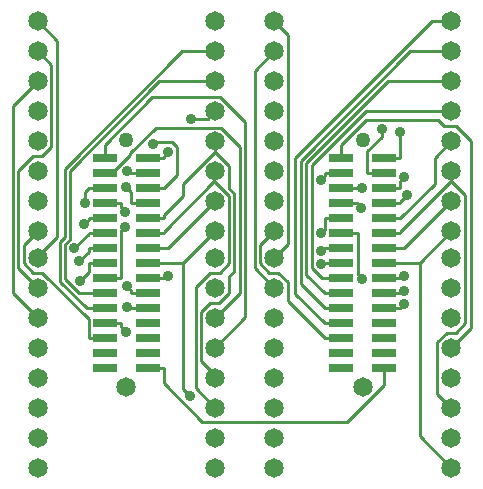
<source format=gbl>
G04 (created by PCBNEW (2013-mar-13)-testing) date Mon 26 Aug 2013 08:21:07 AM PDT*
%MOIN*%
G04 Gerber Fmt 3.4, Leading zero omitted, Abs format*
%FSLAX34Y34*%
G01*
G70*
G90*
G04 APERTURE LIST*
%ADD10C,0.005906*%
%ADD11C,0.065000*%
%ADD12R,0.083000X0.026000*%
%ADD13C,0.050000*%
%ADD14C,0.035000*%
%ADD15C,0.010000*%
G04 APERTURE END LIST*
G54D10*
G54D11*
X20669Y-20122D03*
X20669Y-21122D03*
X20669Y-22122D03*
X20669Y-23122D03*
X20669Y-24122D03*
X20669Y-25122D03*
X20669Y-26122D03*
X20669Y-27122D03*
X26574Y-27122D03*
X26574Y-26122D03*
X26574Y-25122D03*
X26574Y-24122D03*
X26574Y-23122D03*
X26574Y-22122D03*
X26574Y-21122D03*
X26574Y-20122D03*
X20669Y-27996D03*
X20669Y-28996D03*
X20669Y-29996D03*
X20669Y-30996D03*
X20669Y-31996D03*
X20669Y-32996D03*
X20669Y-33996D03*
X20669Y-34996D03*
X26574Y-34996D03*
X26574Y-33996D03*
X26574Y-32996D03*
X26574Y-31996D03*
X26574Y-30996D03*
X26574Y-29996D03*
X26574Y-28996D03*
X26574Y-27996D03*
X28543Y-20122D03*
X28543Y-21122D03*
X28543Y-22122D03*
X28543Y-23122D03*
X28543Y-24122D03*
X28543Y-25122D03*
X28543Y-26122D03*
X28543Y-27122D03*
X34448Y-27122D03*
X34448Y-26122D03*
X34448Y-25122D03*
X34448Y-24122D03*
X34448Y-23122D03*
X34448Y-22122D03*
X34448Y-21122D03*
X34448Y-20122D03*
X28543Y-27996D03*
X28543Y-28996D03*
X28543Y-29996D03*
X28543Y-30996D03*
X28543Y-31996D03*
X28543Y-32996D03*
X28543Y-33996D03*
X28543Y-34996D03*
X34448Y-34996D03*
X34448Y-33996D03*
X34448Y-32996D03*
X34448Y-31996D03*
X34448Y-30996D03*
X34448Y-29996D03*
X34448Y-28996D03*
X34448Y-27996D03*
G54D12*
X24332Y-24688D03*
X22912Y-24688D03*
X24332Y-25188D03*
X22912Y-25188D03*
X24332Y-25688D03*
X22912Y-25688D03*
X24332Y-26188D03*
X22912Y-26188D03*
X24332Y-26688D03*
X22912Y-26688D03*
X24332Y-27188D03*
X22912Y-27188D03*
X24332Y-27688D03*
X22912Y-27688D03*
X24332Y-28188D03*
X22912Y-28188D03*
X24332Y-28688D03*
X22912Y-28688D03*
X24332Y-29188D03*
X22912Y-29188D03*
X24332Y-29688D03*
X22912Y-29688D03*
X24332Y-30188D03*
X22912Y-30188D03*
X24332Y-30688D03*
X22912Y-30688D03*
X24332Y-31188D03*
X22912Y-31188D03*
X24332Y-31688D03*
X22912Y-31688D03*
G54D13*
X23622Y-24068D03*
G54D11*
X23622Y-32308D03*
G54D12*
X32206Y-24688D03*
X30786Y-24688D03*
X32206Y-25188D03*
X30786Y-25188D03*
X32206Y-25688D03*
X30786Y-25688D03*
X32206Y-26188D03*
X30786Y-26188D03*
X32206Y-26688D03*
X30786Y-26688D03*
X32206Y-27188D03*
X30786Y-27188D03*
X32206Y-27688D03*
X30786Y-27688D03*
X32206Y-28188D03*
X30786Y-28188D03*
X32206Y-28688D03*
X30786Y-28688D03*
X32206Y-29188D03*
X30786Y-29188D03*
X32206Y-29688D03*
X30786Y-29688D03*
X32206Y-30188D03*
X30786Y-30188D03*
X32206Y-30688D03*
X30786Y-30688D03*
X32206Y-31188D03*
X30786Y-31188D03*
X32206Y-31688D03*
X30786Y-31688D03*
G54D13*
X31496Y-24068D03*
G54D11*
X31496Y-32308D03*
G54D14*
X25005Y-28604D03*
X22046Y-28113D03*
X21894Y-27683D03*
X22217Y-26886D03*
X23593Y-26486D03*
X22238Y-26163D03*
X23630Y-28951D03*
X23652Y-29631D03*
X23622Y-30470D03*
X23582Y-26967D03*
X25782Y-23360D03*
X22064Y-28763D03*
X32878Y-28600D03*
X30115Y-27766D03*
X31462Y-28722D03*
X30115Y-27190D03*
X31457Y-26346D03*
X31479Y-25688D03*
X30115Y-25404D03*
X32885Y-29093D03*
X32886Y-29530D03*
X30115Y-28212D03*
X25010Y-24462D03*
X23650Y-25111D03*
X24503Y-24205D03*
X23622Y-25631D03*
X25739Y-32613D03*
X32751Y-23811D03*
X32140Y-23722D03*
X32879Y-25317D03*
X32991Y-25910D03*
G54D15*
X24920Y-28688D02*
X25005Y-28604D01*
X24332Y-28688D02*
X24920Y-28688D01*
X22912Y-27688D02*
X22366Y-27688D01*
X22366Y-27793D02*
X22046Y-28113D01*
X22366Y-27688D02*
X22366Y-27793D01*
X22912Y-27188D02*
X22366Y-27188D01*
X22366Y-27211D02*
X21894Y-27683D01*
X22366Y-27188D02*
X22366Y-27211D01*
X22366Y-26736D02*
X22217Y-26886D01*
X22366Y-26688D02*
X22366Y-26736D01*
X22912Y-26688D02*
X22366Y-26688D01*
X23457Y-26350D02*
X23593Y-26486D01*
X23457Y-26188D02*
X23457Y-26350D01*
X22912Y-26188D02*
X23457Y-26188D01*
X22912Y-25688D02*
X22366Y-25688D01*
X22238Y-25817D02*
X22238Y-26163D01*
X22366Y-25688D02*
X22238Y-25817D01*
X27407Y-29163D02*
X26574Y-29996D01*
X27407Y-24310D02*
X27407Y-29163D01*
X26763Y-23666D02*
X27407Y-24310D01*
X24610Y-23666D02*
X26763Y-23666D01*
X23759Y-24518D02*
X24610Y-23666D01*
X23759Y-24570D02*
X23759Y-24518D01*
X23141Y-25188D02*
X23759Y-24570D01*
X22912Y-25188D02*
X23141Y-25188D01*
X27587Y-29983D02*
X26574Y-30996D01*
X27587Y-23486D02*
X27587Y-29983D01*
X26756Y-22655D02*
X27587Y-23486D01*
X24494Y-22655D02*
X26756Y-22655D01*
X22912Y-24238D02*
X24494Y-22655D01*
X22912Y-24688D02*
X22912Y-24238D01*
X24332Y-29188D02*
X23786Y-29188D01*
X23786Y-29107D02*
X23630Y-28951D01*
X23786Y-29188D02*
X23786Y-29107D01*
X24332Y-29688D02*
X23786Y-29688D01*
X23729Y-29631D02*
X23652Y-29631D01*
X23786Y-29688D02*
X23729Y-29631D01*
X22912Y-30688D02*
X22366Y-30688D01*
X22366Y-30049D02*
X22366Y-30688D01*
X20813Y-28496D02*
X22366Y-30049D01*
X20509Y-28496D02*
X20813Y-28496D01*
X20205Y-28191D02*
X20509Y-28496D01*
X20205Y-27585D02*
X20205Y-28191D01*
X20669Y-27122D02*
X20205Y-27585D01*
X22912Y-30188D02*
X23457Y-30188D01*
X23457Y-30305D02*
X23622Y-30470D01*
X23457Y-30188D02*
X23457Y-30305D01*
X22912Y-29688D02*
X22366Y-29688D01*
X22303Y-29688D02*
X22366Y-29688D01*
X21409Y-28794D02*
X22303Y-29688D01*
X21409Y-27467D02*
X21409Y-28794D01*
X21561Y-27314D02*
X21409Y-27467D01*
X21561Y-25031D02*
X21561Y-27314D01*
X25471Y-21122D02*
X21561Y-25031D01*
X26574Y-21122D02*
X25471Y-21122D01*
X22912Y-29188D02*
X22366Y-29188D01*
X22058Y-29188D02*
X22366Y-29188D01*
X21589Y-28719D02*
X22058Y-29188D01*
X21589Y-27557D02*
X21589Y-28719D01*
X21741Y-27404D02*
X21589Y-27557D01*
X21741Y-25106D02*
X21741Y-27404D01*
X24725Y-22122D02*
X21741Y-25106D01*
X26574Y-22122D02*
X24725Y-22122D01*
X22912Y-28688D02*
X23457Y-28688D01*
X26336Y-23360D02*
X25782Y-23360D01*
X26574Y-23122D02*
X26336Y-23360D01*
X23457Y-27092D02*
X23582Y-26967D01*
X23457Y-28688D02*
X23457Y-27092D01*
X22912Y-28188D02*
X22366Y-28188D01*
X22366Y-28460D02*
X22064Y-28763D01*
X22366Y-28188D02*
X22366Y-28460D01*
X32839Y-28600D02*
X32878Y-28600D01*
X32751Y-28688D02*
X32839Y-28600D01*
X32206Y-28688D02*
X32751Y-28688D01*
X30786Y-27688D02*
X30240Y-27688D01*
X30163Y-27766D02*
X30115Y-27766D01*
X30240Y-27688D02*
X30163Y-27766D01*
X31331Y-28590D02*
X31462Y-28722D01*
X31331Y-27188D02*
X31331Y-28590D01*
X30786Y-27188D02*
X31331Y-27188D01*
X30786Y-26688D02*
X30240Y-26688D01*
X30240Y-27064D02*
X30115Y-27190D01*
X30240Y-26688D02*
X30240Y-27064D01*
X30786Y-26188D02*
X31331Y-26188D01*
X31331Y-26220D02*
X31457Y-26346D01*
X31331Y-26188D02*
X31331Y-26220D01*
X30786Y-25688D02*
X31479Y-25688D01*
X30786Y-25188D02*
X30240Y-25188D01*
X30240Y-25278D02*
X30115Y-25404D01*
X30240Y-25188D02*
X30240Y-25278D01*
X35100Y-30344D02*
X34448Y-30996D01*
X35100Y-24118D02*
X35100Y-30344D01*
X34604Y-23622D02*
X35100Y-24118D01*
X34218Y-23622D02*
X34604Y-23622D01*
X34014Y-23417D02*
X34218Y-23622D01*
X31606Y-23417D02*
X34014Y-23417D01*
X30786Y-24237D02*
X31606Y-23417D01*
X30786Y-24688D02*
X30786Y-24237D01*
X32206Y-29188D02*
X32751Y-29188D01*
X32846Y-29093D02*
X32885Y-29093D01*
X32751Y-29188D02*
X32846Y-29093D01*
X32751Y-29665D02*
X32886Y-29530D01*
X32751Y-29688D02*
X32751Y-29665D01*
X32206Y-29688D02*
X32751Y-29688D01*
X30786Y-30688D02*
X30240Y-30688D01*
X28999Y-29447D02*
X30240Y-30688D01*
X28999Y-28803D02*
X28999Y-29447D01*
X28691Y-28496D02*
X28999Y-28803D01*
X28388Y-28496D02*
X28691Y-28496D01*
X28084Y-28192D02*
X28388Y-28496D01*
X28084Y-27580D02*
X28084Y-28192D01*
X28543Y-27122D02*
X28084Y-27580D01*
X30786Y-30188D02*
X30240Y-30188D01*
X29245Y-29193D02*
X30240Y-30188D01*
X29245Y-24671D02*
X29245Y-29193D01*
X33795Y-20122D02*
X29245Y-24671D01*
X34448Y-20122D02*
X33795Y-20122D01*
X30786Y-29688D02*
X30240Y-29688D01*
X29442Y-28890D02*
X30240Y-29688D01*
X29442Y-24769D02*
X29442Y-28890D01*
X33089Y-21122D02*
X29442Y-24769D01*
X34448Y-21122D02*
X33089Y-21122D01*
X32344Y-22122D02*
X34448Y-22122D01*
X29627Y-24839D02*
X32344Y-22122D01*
X29627Y-28575D02*
X29627Y-24839D01*
X30240Y-29188D02*
X29627Y-28575D01*
X30786Y-29188D02*
X30240Y-29188D01*
X31609Y-23122D02*
X34448Y-23122D01*
X29808Y-24923D02*
X31609Y-23122D01*
X29808Y-28353D02*
X29808Y-24923D01*
X30143Y-28688D02*
X29808Y-28353D01*
X30786Y-28688D02*
X30143Y-28688D01*
X30138Y-28188D02*
X30115Y-28212D01*
X30786Y-28188D02*
X30138Y-28188D01*
X24877Y-24595D02*
X25010Y-24462D01*
X24877Y-24688D02*
X24877Y-24595D01*
X24332Y-24688D02*
X24877Y-24688D01*
X20669Y-27952D02*
X20669Y-27996D01*
X21307Y-27314D02*
X20669Y-27952D01*
X21307Y-20760D02*
X21307Y-27314D01*
X20669Y-20122D02*
X21307Y-20760D01*
X23727Y-25188D02*
X23650Y-25111D01*
X24332Y-25188D02*
X23727Y-25188D01*
X20025Y-28352D02*
X20669Y-28996D01*
X20025Y-25112D02*
X20025Y-28352D01*
X20515Y-24622D02*
X20025Y-25112D01*
X20817Y-24622D02*
X20515Y-24622D01*
X21127Y-24311D02*
X20817Y-24622D01*
X21127Y-21580D02*
X21127Y-24311D01*
X20669Y-21122D02*
X21127Y-21580D01*
X24551Y-24157D02*
X24503Y-24205D01*
X25150Y-24157D02*
X24551Y-24157D01*
X25315Y-24322D02*
X25150Y-24157D01*
X25315Y-25250D02*
X25315Y-24322D01*
X24877Y-25688D02*
X25315Y-25250D01*
X24332Y-25688D02*
X24877Y-25688D01*
X19845Y-29171D02*
X20669Y-29996D01*
X19845Y-22946D02*
X19845Y-29171D01*
X20669Y-22122D02*
X19845Y-22946D01*
X23786Y-25796D02*
X23622Y-25631D01*
X23786Y-26188D02*
X23786Y-25796D01*
X24332Y-26188D02*
X23786Y-26188D01*
X24332Y-26688D02*
X24877Y-26688D01*
X25495Y-25555D02*
X26575Y-24475D01*
X25495Y-25956D02*
X25495Y-25555D01*
X24877Y-26574D02*
X25495Y-25956D01*
X24877Y-26688D02*
X24877Y-26574D01*
X26575Y-24122D02*
X26574Y-24122D01*
X26575Y-24475D02*
X26575Y-24122D01*
X27046Y-24947D02*
X26575Y-24475D01*
X27046Y-25691D02*
X27046Y-24947D01*
X27227Y-25871D02*
X27046Y-25691D01*
X27227Y-28450D02*
X27227Y-25871D01*
X27029Y-28647D02*
X27227Y-28450D01*
X27029Y-29188D02*
X27029Y-28647D01*
X26721Y-29496D02*
X27029Y-29188D01*
X26427Y-29496D02*
X26721Y-29496D01*
X26114Y-29809D02*
X26427Y-29496D01*
X26114Y-31441D02*
X26114Y-29809D01*
X26574Y-31901D02*
X26114Y-31441D01*
X26574Y-31996D02*
X26574Y-31901D01*
X24332Y-27188D02*
X24877Y-27188D01*
X24877Y-27142D02*
X26560Y-25459D01*
X24877Y-27188D02*
X24877Y-27142D01*
X26560Y-25136D02*
X26560Y-25459D01*
X26574Y-25122D02*
X26560Y-25136D01*
X27046Y-25945D02*
X26560Y-25459D01*
X27046Y-28179D02*
X27046Y-25945D01*
X26729Y-28496D02*
X27046Y-28179D01*
X26424Y-28496D02*
X26729Y-28496D01*
X25934Y-28986D02*
X26424Y-28496D01*
X25934Y-32355D02*
X25934Y-28986D01*
X26574Y-32996D02*
X25934Y-32355D01*
X25007Y-27688D02*
X24332Y-27688D01*
X26574Y-26122D02*
X25007Y-27688D01*
X25507Y-32381D02*
X25739Y-32613D01*
X25507Y-28188D02*
X25507Y-32381D01*
X24332Y-28188D02*
X25507Y-28188D01*
X25507Y-28188D02*
X26574Y-27122D01*
X32206Y-24688D02*
X32751Y-24688D01*
X28999Y-27540D02*
X28543Y-27996D01*
X28999Y-20578D02*
X28999Y-27540D01*
X28543Y-20122D02*
X28999Y-20578D01*
X32751Y-24688D02*
X32751Y-23811D01*
X32206Y-25188D02*
X31660Y-25188D01*
X32140Y-23962D02*
X32140Y-23722D01*
X31660Y-24441D02*
X32140Y-23962D01*
X31660Y-25188D02*
X31660Y-24441D01*
X27898Y-28350D02*
X28543Y-28996D01*
X27898Y-21767D02*
X27898Y-28350D01*
X28543Y-21122D02*
X27898Y-21767D01*
X32751Y-25446D02*
X32879Y-25317D01*
X32751Y-25688D02*
X32751Y-25446D01*
X32206Y-25688D02*
X32751Y-25688D01*
X32751Y-26151D02*
X32991Y-25910D01*
X32751Y-26188D02*
X32751Y-26151D01*
X32206Y-26188D02*
X32751Y-26188D01*
X32206Y-26688D02*
X32751Y-26688D01*
X33903Y-24666D02*
X34448Y-24122D01*
X33903Y-25536D02*
X33903Y-24666D01*
X32751Y-26688D02*
X33903Y-25536D01*
X32206Y-27188D02*
X32751Y-27188D01*
X34920Y-25924D02*
X34442Y-25446D01*
X34920Y-30172D02*
X34920Y-25924D01*
X34596Y-30496D02*
X34920Y-30172D01*
X34305Y-30496D02*
X34596Y-30496D01*
X33987Y-30813D02*
X34305Y-30496D01*
X33987Y-32535D02*
X33987Y-30813D01*
X34448Y-32996D02*
X33987Y-32535D01*
X32751Y-27137D02*
X34442Y-25446D01*
X32751Y-27188D02*
X32751Y-27137D01*
X34448Y-25440D02*
X34448Y-25122D01*
X34442Y-25446D02*
X34448Y-25440D01*
X32881Y-27688D02*
X34448Y-26122D01*
X32206Y-27688D02*
X32881Y-27688D01*
X32206Y-28188D02*
X32751Y-28188D01*
X33404Y-28188D02*
X32751Y-28188D01*
X33404Y-28166D02*
X33404Y-28188D01*
X34448Y-27122D02*
X33404Y-28166D01*
X33404Y-33951D02*
X33404Y-28188D01*
X34448Y-34996D02*
X33404Y-33951D01*
X24332Y-31688D02*
X24877Y-31688D01*
X32206Y-32248D02*
X32206Y-31688D01*
X30991Y-33462D02*
X32206Y-32248D01*
X26157Y-33462D02*
X30991Y-33462D01*
X24877Y-32182D02*
X26157Y-33462D01*
X24877Y-31688D02*
X24877Y-32182D01*
M02*

</source>
